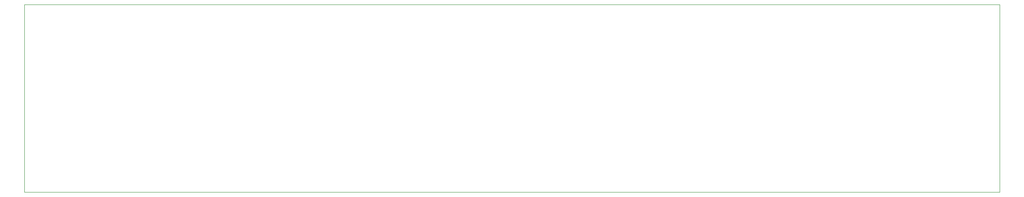
<source format=gm1>
G04 #@! TF.GenerationSoftware,KiCad,Pcbnew,9.0.5*
G04 #@! TF.CreationDate,2025-10-23T19:13:29+02:00*
G04 #@! TF.ProjectId,display-board,64697370-6c61-4792-9d62-6f6172642e6b,1.0a*
G04 #@! TF.SameCoordinates,Original*
G04 #@! TF.FileFunction,Profile,NP*
%FSLAX46Y46*%
G04 Gerber Fmt 4.6, Leading zero omitted, Abs format (unit mm)*
G04 Created by KiCad (PCBNEW 9.0.5) date 2025-10-23 19:13:29*
%MOMM*%
%LPD*%
G01*
G04 APERTURE LIST*
G04 #@! TA.AperFunction,Profile*
%ADD10C,0.050000*%
G04 #@! TD*
G04 APERTURE END LIST*
D10*
X22656400Y-24310400D02*
X222656400Y-24310400D01*
X222656400Y-62818400D01*
X22656400Y-62818400D01*
X22656400Y-24310400D01*
M02*

</source>
